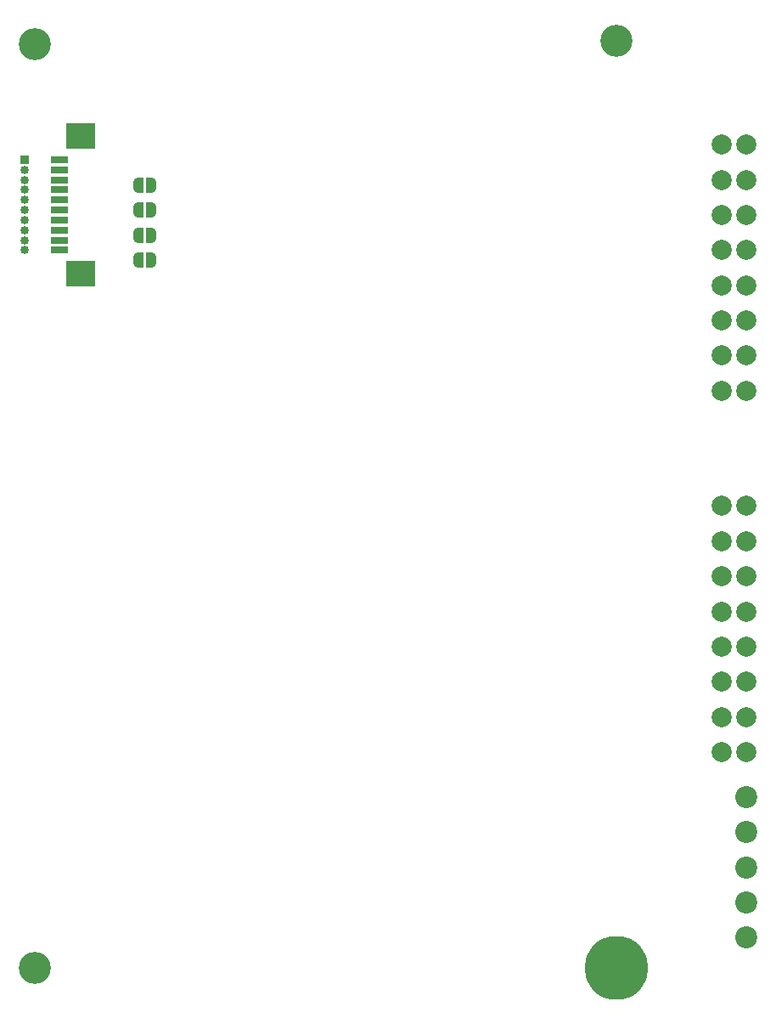
<source format=gbr>
%TF.GenerationSoftware,KiCad,Pcbnew,9.0.2*%
%TF.CreationDate,2025-05-30T08:26:37+03:00*%
%TF.ProjectId,PM-CNV_AI8-IU,504d2d43-4e56-45f4-9149-382d49552e6b,rev?*%
%TF.SameCoordinates,Original*%
%TF.FileFunction,Soldermask,Bot*%
%TF.FilePolarity,Negative*%
%FSLAX46Y46*%
G04 Gerber Fmt 4.6, Leading zero omitted, Abs format (unit mm)*
G04 Created by KiCad (PCBNEW 9.0.2) date 2025-05-30 08:26:37*
%MOMM*%
%LPD*%
G01*
G04 APERTURE LIST*
G04 Aperture macros list*
%AMFreePoly0*
4,1,23,0.500000,-0.750000,0.000000,-0.750000,0.000000,-0.745722,-0.065263,-0.745722,-0.191342,-0.711940,-0.304381,-0.646677,-0.396677,-0.554381,-0.461940,-0.441342,-0.495722,-0.315263,-0.495722,-0.250000,-0.500000,-0.250000,-0.500000,0.250000,-0.495722,0.250000,-0.495722,0.315263,-0.461940,0.441342,-0.396677,0.554381,-0.304381,0.646677,-0.191342,0.711940,-0.065263,0.745722,0.000000,0.745722,
0.000000,0.750000,0.500000,0.750000,0.500000,-0.750000,0.500000,-0.750000,$1*%
%AMFreePoly1*
4,1,23,0.000000,0.745722,0.065263,0.745722,0.191342,0.711940,0.304381,0.646677,0.396677,0.554381,0.461940,0.441342,0.495722,0.315263,0.495722,0.250000,0.500000,0.250000,0.500000,-0.250000,0.495722,-0.250000,0.495722,-0.315263,0.461940,-0.441342,0.396677,-0.554381,0.304381,-0.646677,0.191342,-0.711940,0.065263,-0.745722,0.000000,-0.745722,0.000000,-0.750000,-0.500000,-0.750000,
-0.500000,0.750000,0.000000,0.750000,0.000000,0.745722,0.000000,0.745722,$1*%
G04 Aperture macros list end*
%ADD10C,3.200000*%
%ADD11C,2.000000*%
%ADD12R,0.850000X0.850000*%
%ADD13O,0.850000X0.850000*%
%ADD14O,6.350000X6.350000*%
%ADD15C,2.200000*%
%ADD16FreePoly0,0.000000*%
%ADD17FreePoly1,0.000000*%
%ADD18R,1.803400X0.635000*%
%ADD19R,2.997200X2.590800*%
G04 APERTURE END LIST*
D10*
%TO.C,H2*%
X22000000Y46390000D03*
%TD*%
D11*
%TO.C,J5*%
X32500000Y-24500000D03*
X32500000Y-21000000D03*
X32500000Y-17500000D03*
X32500000Y-14000000D03*
X32500000Y-10500000D03*
X32500000Y-7000000D03*
X32500000Y-3500000D03*
X32500000Y0D03*
X35000000Y-24500000D03*
X35000000Y-21000000D03*
X35000000Y-17500000D03*
X35000000Y-14000000D03*
X35000000Y-10500000D03*
X35000000Y-7000000D03*
X35000000Y-3500000D03*
X35000000Y0D03*
%TD*%
D12*
%TO.C,J3*%
X-37000000Y34500000D03*
D13*
X-37000000Y33500000D03*
X-37000000Y32500000D03*
X-37000000Y31500000D03*
X-37000000Y30500000D03*
X-37000000Y29500000D03*
X-37000000Y28500000D03*
X-37000000Y27500000D03*
X-37000000Y26500000D03*
X-37000000Y25500000D03*
%TD*%
D11*
%TO.C,J4*%
X32500000Y11500000D03*
X32500000Y15000000D03*
X32500000Y18500000D03*
X32500000Y22000000D03*
X32500000Y25500000D03*
X32500000Y29000000D03*
X32500000Y32500000D03*
X32500000Y36000000D03*
X35000000Y11500000D03*
X35000000Y15000000D03*
X35000000Y18500000D03*
X35000000Y22000000D03*
X35000000Y25500000D03*
X35000000Y29000000D03*
X35000000Y32500000D03*
X35000000Y36000000D03*
%TD*%
D14*
%TO.C,D9*%
X22000000Y-46000000D03*
%TD*%
D15*
%TO.C,J6*%
X35000000Y-43000000D03*
X35000000Y-39500000D03*
X35000000Y-36000000D03*
X35000000Y-32500000D03*
X35000000Y-29000000D03*
%TD*%
D10*
%TO.C,H3*%
X-36000000Y-46000000D03*
%TD*%
%TO.C,H1*%
X-36000000Y46000000D03*
%TD*%
D16*
%TO.C,JP4*%
X-25650000Y24500000D03*
D17*
X-24350000Y24500000D03*
%TD*%
D18*
%TO.C,J2*%
X-33556000Y34499991D03*
X-33556000Y33499993D03*
X-33556000Y32499995D03*
X-33556000Y31499997D03*
X-33556000Y30499999D03*
X-33556000Y29500001D03*
X-33556000Y28500003D03*
X-33556000Y27500005D03*
X-33556000Y26500007D03*
X-33556000Y25500009D03*
D19*
X-31385999Y36850002D03*
X-31385999Y23149998D03*
%TD*%
D16*
%TO.C,JP2*%
X-25650000Y29500000D03*
D17*
X-24350000Y29500000D03*
%TD*%
D16*
%TO.C,JP1*%
X-25650000Y32000000D03*
D17*
X-24350000Y32000000D03*
%TD*%
D16*
%TO.C,JP3*%
X-25650000Y27000000D03*
D17*
X-24350000Y27000000D03*
%TD*%
M02*

</source>
